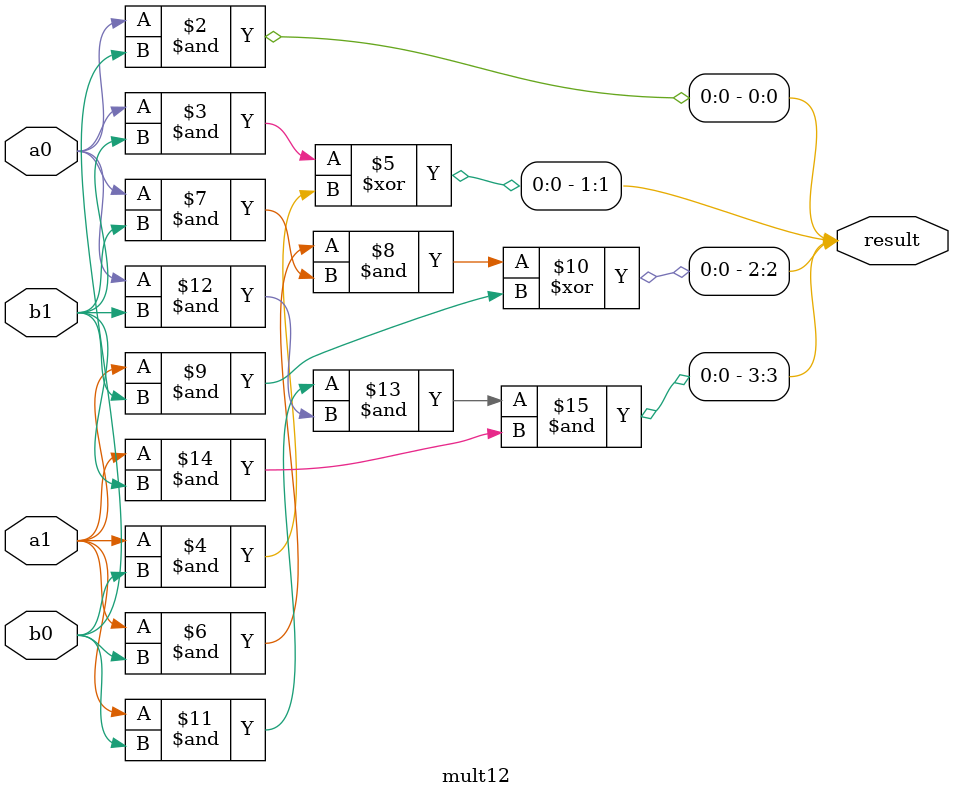
<source format=v>
module mult12 (input a1,a0,b1,b0,
            output reg [3:0] result);

    always @(*) begin
        result[0] = a0 & b0;
        result[1] = (a0 & b1) ^ (a1 & b0);
        result[2] = ((a1 & b0) & (a0 & b1)) ^ (a1 & b1);
        result[3] = ((a1 & b0) & (a0 & b1)) & (a1 & b1);       
    end
endmodule

</source>
